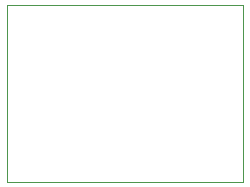
<source format=gko>
G04*
G04 #@! TF.GenerationSoftware,Altium Limited,Altium Designer,21.8.1 (53)*
G04*
G04 Layer_Color=16711935*
%FSLAX25Y25*%
%MOIN*%
G70*
G04*
G04 #@! TF.SameCoordinates,FA860FD0-AEA4-4FFE-92F8-4FAB6C871CC1*
G04*
G04*
G04 #@! TF.FilePolarity,Positive*
G04*
G01*
G75*
%ADD53C,0.00394*%
D53*
X-197Y-29528D02*
X78740D01*
Y29528D01*
X-197D02*
X78740D01*
X-197Y-29528D02*
Y29528D01*
M02*

</source>
